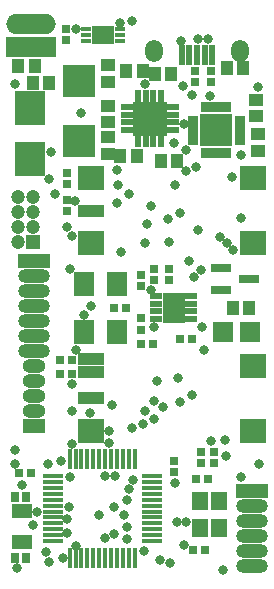
<source format=gts>
%FSTAX23Y23*%
%MOIN*%
%SFA1B1*%

%IPPOS*%
%ADD75R,0.086740X0.039500*%
%ADD76R,0.086740X0.043430*%
%ADD77R,0.086740X0.078870*%
%ADD78R,0.041470X0.045400*%
%ADD79R,0.019810X0.036740*%
%ADD80R,0.036740X0.019810*%
%ADD81R,0.106420X0.106420*%
%ADD82R,0.065090X0.031620*%
%ADD83R,0.027690X0.031620*%
%ADD84R,0.031620X0.027690*%
%ADD85R,0.056000X0.064000*%
%ADD86R,0.031620X0.032410*%
%ADD87R,0.069020X0.047370*%
%ADD88R,0.068000X0.068000*%
%ADD89R,0.045400X0.041470*%
%ADD90R,0.112000X0.112000*%
%ADD91R,0.039500X0.021780*%
%ADD92R,0.021780X0.039500*%
%ADD93R,0.071000X0.079000*%
%ADD94R,0.023750X0.070990*%
%ADD95R,0.107000X0.109000*%
%ADD96R,0.067060X0.017840*%
%ADD97R,0.017840X0.067060*%
%ADD98R,0.098550X0.112330*%
%ADD99R,0.072960X0.102490*%
%ADD100R,0.041470X0.021780*%
%ADD101R,0.072960X0.061150*%
%ADD102R,0.035560X0.017840*%
%ADD103R,0.106420X0.047370*%
%ADD104O,0.106420X0.047370*%
%ADD105C,0.047370*%
%ADD106R,0.047370X0.047370*%
%ADD107R,0.076900X0.047370*%
%ADD108O,0.076900X0.047370*%
%ADD109O,0.059180X0.074930*%
%ADD110R,0.165480X0.067060*%
%ADD111O,0.165480X0.067060*%
%ADD112C,0.032000*%
%LNpowerpcb-1*%
%LPD*%
G54D75*
X00285Y-00532D03*
Y-00573D03*
Y-0075D03*
Y-00791D03*
Y-01417D03*
Y-01375D03*
Y-01198D03*
Y-01157D03*
G54D76*
X00285Y-00662D03*
Y-01287D03*
G54D77*
X00824Y-0077D03*
Y-00553D03*
Y-01178D03*
Y-01395D03*
G54D78*
X00437Y-0048D03*
X00382D03*
X00812Y-00985D03*
X00757D03*
X00572Y-00495D03*
X00517D03*
X00097Y-0018D03*
X00042D03*
X00737Y-00185D03*
X00792D03*
X00144Y-00235D03*
X00089D03*
X00552Y-00205D03*
X00497D03*
X00457Y-00195D03*
X00402D03*
G54D79*
X00662Y-00317D03*
X00682D03*
X00702D03*
X00722D03*
X00741D03*
Y-00471D03*
X00722D03*
X00702D03*
X00682D03*
X00662D03*
G54D80*
X00779Y-00355D03*
Y-00374D03*
Y-00394D03*
Y-00414D03*
Y-00433D03*
X00625D03*
Y-00414D03*
Y-00394D03*
Y-00374D03*
Y-00355D03*
G54D81*
X00702Y-00394D03*
G54D82*
X00811Y-0089D03*
X00718Y-00927D03*
Y-00852D03*
G54D83*
X00399Y-00985D03*
X0036D03*
X00635Y-01555D03*
X00674D03*
X00625Y-01792D03*
X00664D03*
X0018Y-01205D03*
X00219D03*
X0045Y-01105D03*
X00489D03*
X0018Y-0116D03*
X00219D03*
X00619Y-0109D03*
X0058D03*
X00045Y-01535D03*
X00084D03*
G54D84*
X00695Y-01504D03*
Y-01465D03*
X0065D03*
Y-01504D03*
X0056Y-01534D03*
Y-01495D03*
X00545Y-00894D03*
Y-00855D03*
X00495Y-00894D03*
Y-00855D03*
X0045Y-00914D03*
Y-00875D03*
X00205Y-00625D03*
Y-00664D03*
Y-00574D03*
Y-00535D03*
X002Y-00094D03*
Y-00055D03*
X0045Y-01059D03*
Y-0102D03*
X00685Y-00234D03*
Y-00195D03*
X0063D03*
Y-00234D03*
G54D85*
X00648Y-01718D03*
Y-01631D03*
X00711Y-01718D03*
Y-01631D03*
G54D86*
X00031Y-0182D03*
X00068D03*
X00031Y-01615D03*
X00068D03*
G54D87*
X00055Y-01766D03*
Y-01663D03*
G54D88*
X00725Y-01065D03*
X00815D03*
G54D89*
X0084Y-00407D03*
Y-00462D03*
X00835Y-00347D03*
Y-00292D03*
X0034Y-00367D03*
Y-00312D03*
Y-00232D03*
Y-00177D03*
Y-00472D03*
Y-00417D03*
G54D90*
X0048Y-00355D03*
G54D91*
X00403Y-00393D03*
Y-00367D03*
Y-00342D03*
Y-00316D03*
X00556D03*
Y-00342D03*
Y-00367D03*
Y-00393D03*
G54D92*
X00441Y-00278D03*
X00467D03*
X00492D03*
X00518D03*
Y-00431D03*
X00492D03*
X00467D03*
X00441D03*
G54D93*
X0037Y-00905D03*
X00259D03*
X0037Y-01065D03*
X00259D03*
G54D94*
X00586Y-00144D03*
X00611D03*
X00637D03*
X00663D03*
X00688D03*
G54D95*
X00245Y-0023D03*
Y-0043D03*
G54D96*
X00156Y-01566D03*
Y-01625D03*
Y-01606D03*
Y-01586D03*
X00487Y-01645D03*
Y-01625D03*
X00156Y-01547D03*
Y-01645D03*
Y-01665D03*
Y-01684D03*
Y-01704D03*
Y-01724D03*
Y-01743D03*
Y-01763D03*
X00487D03*
Y-01743D03*
Y-01724D03*
Y-01704D03*
Y-01684D03*
Y-01665D03*
Y-01606D03*
Y-01586D03*
Y-01566D03*
Y-01547D03*
G54D97*
X0043Y-0149D03*
X0041D03*
X0039D03*
X0037D03*
X00351D03*
X00331D03*
X00311D03*
X00292D03*
X00272D03*
X00252D03*
X00233D03*
X00213D03*
Y-0182D03*
X00233D03*
X00252D03*
X00272D03*
X00292D03*
X00311D03*
X00331D03*
X00351D03*
X0037D03*
X0039D03*
X0041D03*
X0043D03*
G54D98*
X0008Y-00489D03*
Y-0032D03*
G54D99*
X0056Y-00985D03*
G54D100*
X00501Y-01023D03*
Y-00997D03*
Y-00972D03*
Y-00946D03*
X00618D03*
Y-00972D03*
Y-00997D03*
Y-01023D03*
G54D101*
X00323Y-00075D03*
G54D102*
X00267Y-00095D03*
Y-00075D03*
Y-00055D03*
X0038D03*
Y-00075D03*
Y-00095D03*
G54D103*
X00095Y-0083D03*
X0082Y-01595D03*
G54D104*
X00095Y-0088D03*
Y-0093D03*
Y-0103D03*
Y-0098D03*
Y-0108D03*
Y-0113D03*
X0082Y-01645D03*
Y-01695D03*
Y-01795D03*
Y-01745D03*
Y-01845D03*
G54D105*
X0004Y-00615D03*
X0009D03*
X0004Y-00665D03*
X0009D03*
X0004Y-00715D03*
X0009D03*
X0004Y-00765D03*
G54D106*
X0009Y-00765D03*
G54D107*
X00095Y-0138D03*
G54D108*
X00095Y-0133D03*
Y-0128D03*
Y-0118D03*
Y-0123D03*
G54D109*
X00495Y-00129D03*
X00779D03*
G54D110*
X00085Y-00116D03*
G54D111*
X00085Y-00038D03*
G54D112*
X00649Y-00858D03*
X00626Y-00883D03*
X00515Y-01826D03*
X00546Y-01837D03*
X00594Y-01776D03*
X00459Y-01796D03*
X00345Y-01435D03*
X0009Y-01709D03*
X00036Y-01852D03*
X00144Y-01832D03*
X00133Y-018D03*
X00569Y-01701D03*
X00457Y-01372D03*
X0033Y-01754D03*
X00405Y-01755D03*
X00361Y-01738D03*
X00405Y-01715D03*
X00233Y-01779D03*
X00205Y-01691D03*
X00215Y-01548D03*
X00105Y-01665D03*
X0003Y-01505D03*
X00785Y-00685D03*
X00758Y-00793D03*
X00715Y-0075D03*
X00736Y-00771D03*
X0073Y-01425D03*
X00702Y-00394D03*
X00671Y-00425D03*
X00733D03*
X00673Y-00365D03*
X00734Y-00363D03*
X00515Y-0039D03*
Y-00319D03*
X0048Y-00355D03*
X00444Y-00319D03*
Y-0039D03*
X00385Y-008D03*
X00845Y-01505D03*
X00785Y-0155D03*
X0064Y-00725D03*
X00575Y-0122D03*
X00755Y-0055D03*
X0084Y-0025D03*
X00215Y-00855D03*
X0003Y-00239D03*
X00235Y-01125D03*
X0022Y-0133D03*
X0028Y-01335D03*
X0042Y-01385D03*
X0025Y-00335D03*
X00565Y-00575D03*
X00505Y-0123D03*
X00465Y-0077D03*
X00545Y-00765D03*
X00355Y-0131D03*
X00185Y-01495D03*
X0058Y-013D03*
X00235Y-00055D03*
X00585Y-00095D03*
X0038Y-00035D03*
X00375Y-00575D03*
X00725Y-0186D03*
X00485Y-00925D03*
X00495Y-0105D03*
X00673Y-0009D03*
X00641D03*
X0062Y-01275D03*
X00785Y-00475D03*
X0059Y-00245D03*
X006Y-0053D03*
X00735Y-0148D03*
X0066Y-01125D03*
X0058Y-0067D03*
X0061Y-0083D03*
X00655Y-0105D03*
X006Y-0046D03*
X00681Y-00281D03*
X00635Y-00515D03*
X00593Y-00373D03*
X0062Y-00275D03*
X00602Y-017D03*
X00055Y-01575D03*
X0014Y-01505D03*
X0003Y-0146D03*
X00495Y-01355D03*
X0041Y-0159D03*
X00405Y-01625D03*
X00395Y-01675D03*
X0036Y-0165D03*
X0031Y-01675D03*
X00423Y-01559D03*
X00495Y-01295D03*
X00465Y-0133D03*
X0042Y-0003D03*
X0022Y-0124D03*
X00345Y-01395D03*
X00231Y-00631D03*
X0037Y-00635D03*
X0041Y-00605D03*
X0022Y-00745D03*
X00205Y-00715D03*
X0054Y-0069D03*
X0047Y-00705D03*
X0026Y-0101D03*
X00285Y-0098D03*
X00465Y-0024D03*
X0022Y-0144D03*
X00485Y-00645D03*
X00565Y-0157D03*
X00165Y-00605D03*
X0015Y-00465D03*
X0037Y-00525D03*
X00204Y-01737D03*
X0033Y-01545D03*
X00365D03*
X0021Y-0165D03*
X00525Y-01315D03*
X00145Y-00555D03*
X00685Y-0143D03*
X0056Y-00435D03*
X0019Y-0182D03*
X00544Y-00956D03*
X00575D03*
X0056Y-00985D03*
X00544Y-01013D03*
X00575D03*
M02*
</source>
